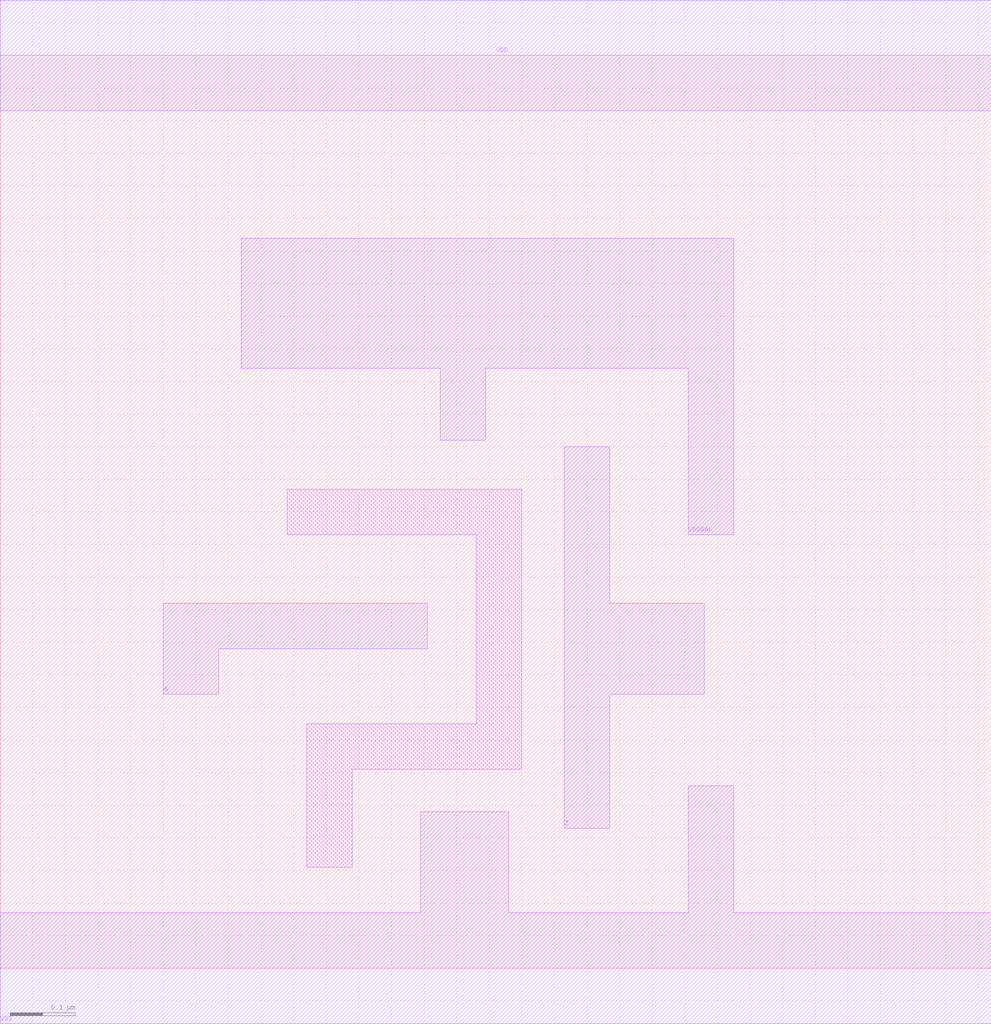
<source format=lef>
# 
# ******************************************************************************
# *                                                                            *
# *                   Copyright (C) 2004-2011, Nangate Inc.                    *
# *                           All rights reserved.                             *
# *                                                                            *
# * Nangate and the Nangate logo are trademarks of Nangate Inc.                *
# *                                                                            *
# * All trademarks, logos, software marks, and trade names (collectively the   *
# * "Marks") in this program are proprietary to Nangate or other respective    *
# * owners that have granted Nangate the right and license to use such Marks.  *
# * You are not permitted to use the Marks without the prior written consent   *
# * of Nangate or such third party that may own the Marks.                     *
# *                                                                            *
# * This file has been provided pursuant to a License Agreement containing     *
# * restrictions on its use. This file contains valuable trade secrets and     *
# * proprietary information of Nangate Inc., and is protected by U.S. and      *
# * international laws and/or treaties.                                        *
# *                                                                            *
# * The copyright notice(s) in this file does not indicate actual or intended  *
# * publication of this file.                                                  *
# *                                                                            *
# *     NGLibraryCreator, v2010.08-HR32-SP3-2010-08-05 - build 1009061800      *
# *                                                                            *
# ******************************************************************************
# 
# 
# Running on server08.nangate.com for user Giancarlo Franciscatto (gfr).
# Local time is now Thu, 6 Jan 2011, 18:10:28.
# Main process id is 3320.

VERSION 5.6 ;
BUSBITCHARS "[]" ;
DIVIDERCHAR "/" ;

MACRO AON_BUF_X4
  CLASS core ;
  FOREIGN AON_BUF_X4 0.0 0.0 ;
  ORIGIN 0 0 ;
  SYMMETRY X Y ;
  SITE FreePDK45_38x28_10R_NP_162NW_34O ;
  SIZE 1.52 BY 1.4 ;
  PIN A
    DIRECTION INPUT ;
    ANTENNAPARTIALMETALAREA 0.0343 LAYER metal1 ;
    ANTENNAPARTIALMETALSIDEAREA 0.1417 LAYER metal1 ;
    ANTENNAGATEAREA 0.011 ;
    PORT
      LAYER metal1 ;
        POLYGON 0.25 0.42 0.335 0.42 0.335 0.49 0.655 0.49 0.655 0.56 0.25 0.56  ;
    END
  END A
  PIN Z
    DIRECTION OUTPUT ;
    ANTENNAPARTIALMETALAREA 0.06125 LAYER metal1 ;
    ANTENNAPARTIALMETALSIDEAREA 0.208 LAYER metal1 ;
    ANTENNADIFFAREA 0.063 ;
    PORT
      LAYER metal1 ;
        POLYGON 0.865 0.215 0.935 0.215 0.935 0.42 1.08 0.42 1.08 0.56 0.935 0.56 0.935 0.8 0.865 0.8  ;
    END
  END Z
  PIN VDD
    DIRECTION INOUT ;
    USE power ;
    SHAPE ABUTMENT ;
    PORT
      LAYER metal1 ;
        POLYGON 0 1.315 0.8 1.315 1.52 1.315 1.52 1.485 0.8 1.485 0 1.485  ;
    END
  END VDD
  PIN VDDBAK
    DIRECTION INOUT ;
    USE power ;
    SHAPE ABUTMENT ;
    PORT
      LAYER metal1 ;
        POLYGON 0.37 0.92 0.675 0.92 0.675 0.81 0.745 0.81 0.745 0.92 0.8 0.92 1.055 0.92 1.055 0.665 1.125 0.665 1.125 1.12 0.8 1.12 0.37 1.12  ;
    END
  END VDDBAK
  PIN VSS
    DIRECTION INOUT ;
    USE ground ;
    SHAPE ABUTMENT ;
    PORT
      LAYER metal1 ;
        POLYGON 0 -0.085 1.52 -0.085 1.52 0.085 1.125 0.085 1.125 0.28 1.055 0.28 1.055 0.085 0.78 0.085 0.78 0.24 0.645 0.24 0.645 0.085 0 0.085  ;
    END
  END VSS
  OBS
      LAYER metal1 ;
        POLYGON 0.44 0.665 0.73 0.665 0.73 0.375 0.47 0.375 0.47 0.155 0.54 0.155 0.54 0.305 0.8 0.305 0.8 0.735 0.44 0.735  ;
  END
END AON_BUF_X4

END LIBRARY
#
# End of file
#

</source>
